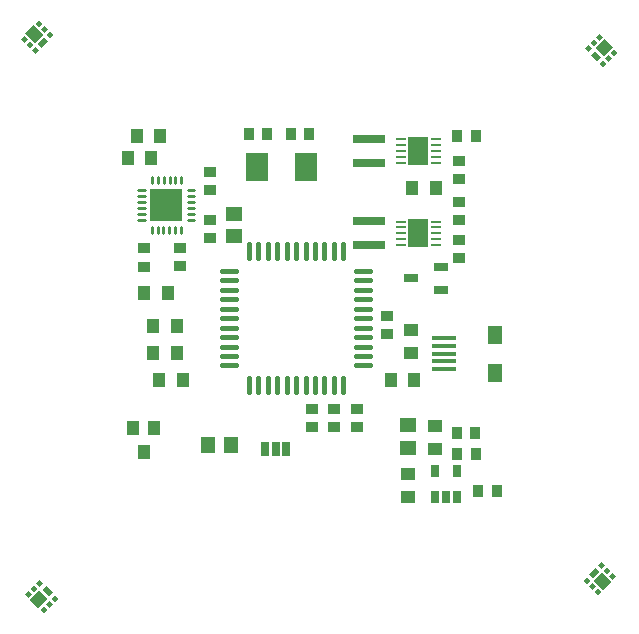
<source format=gtp>
G04 ---------------------------- Layer name :TOP PASTER LAYER*
G04 EasyEDA v5.5.12, Thu, 07 Jun 2018 12:22:22 GMT*
G04 1a2565b9f4c04a008b83b97b08c39867*
G04 Gerber Generator version 0.2*
G04 Scale: 100 percent, Rotated: No, Reflected: No *
G04 Dimensions in inches *
G04 leading zeros omitted , absolute positions ,2 integer and 4 decimal *
%FSLAX24Y24*%
%MOIN*%
G90*
G70D02*

%ADD14C,0.011024*%
%ADD15C,0.016535*%
%ADD18R,0.051200X0.055100*%
%ADD19R,0.105512X0.105512*%
%ADD20R,0.074803X0.094488*%
%ADD21R,0.036610X0.038580*%
%ADD22R,0.039370X0.049212*%
%ADD23R,0.038580X0.036610*%
%ADD24R,0.078740X0.017716*%
%ADD25R,0.047240X0.062992*%
%ADD26R,0.049212X0.039370*%
%ADD27R,0.055100X0.051200*%
%ADD28R,0.065500X0.095500*%
%ADD29R,0.034500X0.011500*%
%ADD30R,0.025591X0.041732*%
%ADD31R,0.106300X0.031496*%
%ADD35R,0.049213X0.027559*%
%ADD36R,0.040000X0.045000*%
%ADD37R,0.025000X0.050000*%

%LPD*%
G54D14*
G01X8917Y18340D02*
G01X9122Y18340D01*
G01X8917Y18142D02*
G01X9122Y18142D01*
G01X8917Y17946D02*
G01X9122Y17946D01*
G01X8917Y17750D02*
G01X9122Y17750D01*
G01X8917Y17553D02*
G01X9122Y17553D01*
G01X8917Y17355D02*
G01X9122Y17355D01*
G01X9360Y17122D02*
G01X9360Y16917D01*
G01X9556Y17122D02*
G01X9556Y16917D01*
G01X9753Y17122D02*
G01X9753Y16917D01*
G01X9950Y17122D02*
G01X9950Y16917D01*
G01X10147Y17122D02*
G01X10147Y16917D01*
G01X10343Y17122D02*
G01X10343Y16917D01*
G01X10577Y17359D02*
G01X10782Y17359D01*
G01X10577Y17557D02*
G01X10782Y17557D01*
G01X10577Y17753D02*
G01X10782Y17753D01*
G01X10577Y17950D02*
G01X10782Y17950D01*
G01X10577Y18146D02*
G01X10782Y18146D01*
G01X10577Y18344D02*
G01X10782Y18344D01*
G01X10350Y18792D02*
G01X10350Y18587D01*
G01X10152Y18792D02*
G01X10152Y18587D01*
G01X9956Y18792D02*
G01X9956Y18587D01*
G01X9760Y18792D02*
G01X9760Y18587D01*
G01X9563Y18792D02*
G01X9563Y18587D01*
G01X9365Y18792D02*
G01X9365Y18587D01*
G54D15*
G01X16632Y12500D02*
G01X16167Y12500D01*
G01X16632Y12815D02*
G01X16167Y12815D01*
G01X16632Y13130D02*
G01X16167Y13130D01*
G01X16632Y13444D02*
G01X16167Y13444D01*
G01X16632Y13759D02*
G01X16167Y13759D01*
G01X16632Y14075D02*
G01X16167Y14075D01*
G01X16632Y14390D02*
G01X16167Y14390D01*
G01X16632Y14705D02*
G01X16167Y14705D01*
G01X16632Y15019D02*
G01X16167Y15019D01*
G01X16632Y15334D02*
G01X16167Y15334D01*
G01X16632Y15650D02*
G01X16167Y15650D01*
G01X15751Y16066D02*
G01X15751Y16531D01*
G01X15435Y16066D02*
G01X15435Y16531D01*
G01X15121Y16066D02*
G01X15121Y16531D01*
G01X14806Y16066D02*
G01X14806Y16531D01*
G01X14490Y16066D02*
G01X14490Y16531D01*
G01X14176Y16066D02*
G01X14176Y16531D01*
G01X13860Y16066D02*
G01X13860Y16531D01*
G01X13546Y16066D02*
G01X13546Y16531D01*
G01X13231Y16066D02*
G01X13231Y16531D01*
G01X12915Y16066D02*
G01X12915Y16531D01*
G01X12601Y16066D02*
G01X12601Y16531D01*
G01X12184Y15650D02*
G01X11719Y15650D01*
G01X12184Y15334D02*
G01X11719Y15334D01*
G01X12184Y15019D02*
G01X11719Y15019D01*
G01X12184Y14705D02*
G01X11719Y14705D01*
G01X12184Y14390D02*
G01X11719Y14390D01*
G01X12184Y14075D02*
G01X11719Y14075D01*
G01X12184Y13759D02*
G01X11719Y13759D01*
G01X12184Y13444D02*
G01X11719Y13444D01*
G01X12184Y13130D02*
G01X11719Y13130D01*
G01X12184Y12815D02*
G01X11719Y12815D01*
G01X12184Y12500D02*
G01X11719Y12500D01*
G01X12601Y11618D02*
G01X12601Y12083D01*
G01X12915Y11618D02*
G01X12915Y12083D01*
G01X13231Y11618D02*
G01X13231Y12083D01*
G01X13546Y11618D02*
G01X13546Y12083D01*
G01X13860Y11618D02*
G01X13860Y12083D01*
G01X14176Y11618D02*
G01X14176Y12083D01*
G01X14490Y11618D02*
G01X14490Y12083D01*
G01X14806Y11618D02*
G01X14806Y12083D01*
G01X15121Y11618D02*
G01X15121Y12083D01*
G01X15435Y11618D02*
G01X15435Y12083D01*
G01X15751Y11618D02*
G01X15751Y12083D01*
G54D18*
G01X12000Y9850D03*
G01X11252Y9850D03*
G54D19*
G01X9850Y17850D03*
G54D20*
G01X14500Y19100D03*
G01X12885Y19100D03*
G54D21*
G01X12600Y20200D03*
G01X13206Y20200D03*
G01X14600Y20200D03*
G01X13994Y20200D03*
G54D22*
G01X18823Y18400D03*
G01X18036Y18400D03*
G54D23*
G01X14700Y10449D03*
G01X14700Y11055D03*
G01X17200Y13549D03*
G01X17200Y14155D03*
G54D24*
G01X19118Y13403D03*
G01X19118Y13147D03*
G01X19118Y12891D03*
G01X19118Y12636D03*
G01X19118Y12380D03*
G54D25*
G01X20815Y13524D03*
G01X20809Y12233D03*
G54D26*
G01X18000Y13693D03*
G01X18000Y12906D03*
G54D22*
G01X18111Y12011D03*
G01X17324Y12011D03*
G54D27*
G01X12100Y17550D03*
G01X12100Y16802D03*
G54D23*
G01X16200Y11050D03*
G01X16200Y10444D03*
G01X15450Y11050D03*
G01X15450Y10444D03*
G54D28*
G01X18250Y19650D03*
G54D29*
G01X17669Y20040D03*
G01X17669Y19850D03*
G01X17669Y19650D03*
G01X17669Y19450D03*
G01X17669Y19259D03*
G01X18830Y19259D03*
G01X18830Y19450D03*
G01X18830Y19650D03*
G01X18830Y19850D03*
G01X18830Y20040D03*
G54D30*
G01X18800Y8100D03*
G01X19174Y8100D03*
G01X19548Y8100D03*
G01X19548Y8965D03*
G01X18800Y8965D03*
G54D31*
G01X16589Y19245D03*
G01X16589Y20032D03*
G54D21*
G01X19550Y20150D03*
G01X20156Y20150D03*
G54D27*
G01X17900Y10500D03*
G01X17900Y9751D03*
G54D23*
G01X19600Y18699D03*
G01X19600Y19305D03*
G01X9100Y16400D03*
G01X9100Y15794D03*
G01X11300Y17350D03*
G01X11300Y16744D03*
G01X10300Y15799D03*
G01X10300Y16405D03*
G01X11300Y18950D03*
G01X11300Y18344D03*
G54D22*
G01X8556Y19400D03*
G01X9343Y19400D03*
G54D28*
G01X18250Y16900D03*
G54D29*
G01X17669Y17290D03*
G01X17669Y17100D03*
G01X17669Y16900D03*
G01X17669Y16700D03*
G01X17669Y16509D03*
G01X18830Y16509D03*
G01X18830Y16700D03*
G01X18830Y16900D03*
G01X18830Y17100D03*
G01X18830Y17290D03*
G54D23*
G01X19600Y17349D03*
G01X19600Y17955D03*
G01X19610Y16690D03*
G01X19610Y16084D03*
G54D31*
G01X16610Y16515D03*
G01X16610Y17302D03*
G54D26*
G01X18800Y10493D03*
G01X18800Y9706D03*
G54D21*
G01X19550Y9550D03*
G01X20156Y9550D03*
G54D26*
G01X17900Y8893D03*
G01X17900Y8106D03*
G54D21*
G01X20250Y8300D03*
G01X20856Y8300D03*
G01X20150Y10250D03*
G01X19544Y10250D03*
G36*
G01X23994Y22856D02*
G01X24125Y22987D01*
G01X24337Y22775D01*
G01X24206Y22644D01*
G01X23994Y22856D01*
G37*
G36*
G01X24150Y23079D02*
G01X24468Y23397D01*
G01X24747Y23118D01*
G01X24429Y22800D01*
G01X24150Y23079D01*
G37*
G36*
G01X23795Y23070D02*
G01X23911Y23187D01*
G01X24028Y23070D01*
G01X23911Y22954D01*
G01X23795Y23070D01*
G37*
G36*
G01X23978Y23254D02*
G01X24095Y23371D01*
G01X24212Y23254D01*
G01X24095Y23137D01*
G01X23978Y23254D01*
G37*
G36*
G01X24162Y23438D02*
G01X24279Y23555D01*
G01X24396Y23438D01*
G01X24279Y23321D01*
G01X24162Y23438D01*
G37*
G36*
G01X24671Y22929D02*
G01X24788Y23046D01*
G01X24905Y22929D01*
G01X24788Y22812D01*
G01X24671Y22929D01*
G37*
G36*
G01X24488Y22745D02*
G01X24604Y22862D01*
G01X24721Y22745D01*
G01X24604Y22628D01*
G01X24488Y22745D01*
G37*
G36*
G01X24304Y22561D02*
G01X24420Y22678D01*
G01X24537Y22561D01*
G01X24420Y22444D01*
G01X24304Y22561D01*
G37*
G36*
G01X24156Y5755D02*
G01X24287Y5625D01*
G01X24075Y5412D01*
G01X23944Y5543D01*
G01X24156Y5755D01*
G37*
G36*
G01X24378Y5599D02*
G01X24697Y5281D01*
G01X24418Y5003D01*
G01X24100Y5321D01*
G01X24378Y5599D01*
G37*
G36*
G01X24370Y5955D02*
G01X24487Y5838D01*
G01X24370Y5722D01*
G01X24253Y5838D01*
G01X24370Y5955D01*
G37*
G36*
G01X24554Y5771D02*
G01X24671Y5655D01*
G01X24554Y5538D01*
G01X24437Y5655D01*
G01X24554Y5771D01*
G37*
G36*
G01X24738Y5587D02*
G01X24854Y5471D01*
G01X24738Y5354D01*
G01X24621Y5471D01*
G01X24738Y5587D01*
G37*
G36*
G01X24228Y5078D02*
G01X24345Y4962D01*
G01X24228Y4845D01*
G01X24112Y4962D01*
G01X24228Y5078D01*
G37*
G36*
G01X24045Y5262D02*
G01X24161Y5145D01*
G01X24045Y5029D01*
G01X23928Y5145D01*
G01X24045Y5262D01*
G37*
G36*
G01X23861Y5446D02*
G01X23977Y5329D01*
G01X23861Y5213D01*
G01X23744Y5329D01*
G01X23861Y5446D01*
G37*
G36*
G01X5693Y23094D02*
G01X5562Y23225D01*
G01X5774Y23437D01*
G01X5905Y23306D01*
G01X5693Y23094D01*
G37*
G36*
G01X5471Y23250D02*
G01X5152Y23568D01*
G01X5431Y23846D01*
G01X5749Y23528D01*
G01X5471Y23250D01*
G37*
G36*
G01X5479Y22894D02*
G01X5362Y23011D01*
G01X5479Y23127D01*
G01X5596Y23011D01*
G01X5479Y22894D01*
G37*
G36*
G01X5295Y23078D02*
G01X5178Y23194D01*
G01X5295Y23311D01*
G01X5412Y23194D01*
G01X5295Y23078D01*
G37*
G36*
G01X5111Y23262D02*
G01X4995Y23378D01*
G01X5111Y23495D01*
G01X5228Y23378D01*
G01X5111Y23262D01*
G37*
G36*
G01X5620Y23771D02*
G01X5504Y23887D01*
G01X5620Y24004D01*
G01X5737Y23887D01*
G01X5620Y23771D01*
G37*
G36*
G01X5804Y23587D02*
G01X5688Y23704D01*
G01X5804Y23820D01*
G01X5921Y23704D01*
G01X5804Y23587D01*
G37*
G36*
G01X5988Y23403D02*
G01X5871Y23520D01*
G01X5988Y23636D01*
G01X6105Y23520D01*
G01X5988Y23403D01*
G37*
G36*
G01X6055Y4943D02*
G01X5924Y4812D01*
G01X5712Y5024D01*
G01X5843Y5155D01*
G01X6055Y4943D01*
G37*
G36*
G01X5899Y4720D02*
G01X5581Y4402D01*
G01X5302Y4681D01*
G01X5620Y4999D01*
G01X5899Y4720D01*
G37*
G36*
G01X6255Y4729D02*
G01X6138Y4612D01*
G01X6021Y4729D01*
G01X6138Y4845D01*
G01X6255Y4729D01*
G37*
G36*
G01X6071Y4545D02*
G01X5954Y4428D01*
G01X5837Y4545D01*
G01X5954Y4661D01*
G01X6071Y4545D01*
G37*
G36*
G01X5887Y4361D02*
G01X5770Y4244D01*
G01X5654Y4361D01*
G01X5770Y4478D01*
G01X5887Y4361D01*
G37*
G36*
G01X5378Y4870D02*
G01X5261Y4753D01*
G01X5144Y4870D01*
G01X5261Y4987D01*
G01X5378Y4870D01*
G37*
G36*
G01X5562Y5054D02*
G01X5445Y4937D01*
G01X5328Y5054D01*
G01X5445Y5171D01*
G01X5562Y5054D01*
G37*
G36*
G01X5746Y5238D02*
G01X5629Y5121D01*
G01X5512Y5238D01*
G01X5629Y5355D01*
G01X5746Y5238D01*
G37*
G54D22*
G01X10393Y12000D03*
G01X9606Y12000D03*
G01X10193Y13800D03*
G01X9406Y13800D03*
G01X9893Y14900D03*
G01X9106Y14900D03*
G01X10193Y12900D03*
G01X9406Y12900D03*
G54D35*
G01X18007Y15400D03*
G01X18992Y15773D03*
G01X18992Y15026D03*
G54D36*
G01X9100Y9600D03*
G01X8750Y10400D03*
G01X9450Y10400D03*
G54D37*
G01X13850Y9700D03*
G01X13500Y9700D03*
G01X13150Y9700D03*
G54D22*
G01X8856Y20150D03*
G01X9643Y20150D03*
M00*
M02*

</source>
